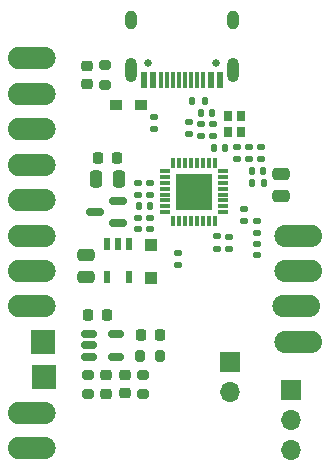
<source format=gbs>
G04 #@! TF.GenerationSoftware,KiCad,Pcbnew,7.0.2*
G04 #@! TF.CreationDate,2023-08-11T05:28:22+05:00*
G04 #@! TF.ProjectId,Adafruit QT Py ESP32-C3,41646166-7275-4697-9420-515420507920,rev?*
G04 #@! TF.SameCoordinates,Original*
G04 #@! TF.FileFunction,Soldermask,Bot*
G04 #@! TF.FilePolarity,Negative*
%FSLAX46Y46*%
G04 Gerber Fmt 4.6, Leading zero omitted, Abs format (unit mm)*
G04 Created by KiCad (PCBNEW 7.0.2) date 2023-08-11 05:28:22*
%MOMM*%
%LPD*%
G01*
G04 APERTURE LIST*
G04 Aperture macros list*
%AMRoundRect*
0 Rectangle with rounded corners*
0 $1 Rounding radius*
0 $2 $3 $4 $5 $6 $7 $8 $9 X,Y pos of 4 corners*
0 Add a 4 corners polygon primitive as box body*
4,1,4,$2,$3,$4,$5,$6,$7,$8,$9,$2,$3,0*
0 Add four circle primitives for the rounded corners*
1,1,$1+$1,$2,$3*
1,1,$1+$1,$4,$5*
1,1,$1+$1,$6,$7*
1,1,$1+$1,$8,$9*
0 Add four rect primitives between the rounded corners*
20,1,$1+$1,$2,$3,$4,$5,0*
20,1,$1+$1,$4,$5,$6,$7,0*
20,1,$1+$1,$6,$7,$8,$9,0*
20,1,$1+$1,$8,$9,$2,$3,0*%
G04 Aperture macros list end*
%ADD10O,3.657600X1.879600*%
%ADD11C,1.879600*%
%ADD12R,1.700000X1.700000*%
%ADD13O,1.700000X1.700000*%
%ADD14RoundRect,0.250000X-0.475000X0.250000X-0.475000X-0.250000X0.475000X-0.250000X0.475000X0.250000X0*%
%ADD15RoundRect,0.140000X-0.170000X0.140000X-0.170000X-0.140000X0.170000X-0.140000X0.170000X0.140000X0*%
%ADD16RoundRect,0.084550X-0.371250X-0.101250X0.371250X-0.101250X0.371250X0.101250X-0.371250X0.101250X0*%
%ADD17RoundRect,0.084550X-0.101250X-0.371250X0.101250X-0.371250X0.101250X0.371250X-0.101250X0.371250X0*%
%ADD18RoundRect,0.050800X-1.500000X-1.500000X1.500000X-1.500000X1.500000X1.500000X-1.500000X1.500000X0*%
%ADD19RoundRect,0.135000X0.185000X-0.135000X0.185000X0.135000X-0.185000X0.135000X-0.185000X-0.135000X0*%
%ADD20RoundRect,0.140000X-0.140000X-0.170000X0.140000X-0.170000X0.140000X0.170000X-0.140000X0.170000X0*%
%ADD21RoundRect,0.140000X0.170000X-0.140000X0.170000X0.140000X-0.170000X0.140000X-0.170000X-0.140000X0*%
%ADD22RoundRect,0.225000X-0.225000X-0.250000X0.225000X-0.250000X0.225000X0.250000X-0.225000X0.250000X0*%
%ADD23RoundRect,0.135000X-0.185000X0.135000X-0.185000X-0.135000X0.185000X-0.135000X0.185000X0.135000X0*%
%ADD24RoundRect,0.135000X0.135000X0.185000X-0.135000X0.185000X-0.135000X-0.185000X0.135000X-0.185000X0*%
%ADD25R,2.000000X2.000000*%
%ADD26RoundRect,0.200000X-0.275000X0.200000X-0.275000X-0.200000X0.275000X-0.200000X0.275000X0.200000X0*%
%ADD27RoundRect,0.150000X-0.512500X-0.150000X0.512500X-0.150000X0.512500X0.150000X-0.512500X0.150000X0*%
%ADD28RoundRect,0.250000X-0.250000X-0.475000X0.250000X-0.475000X0.250000X0.475000X-0.250000X0.475000X0*%
%ADD29RoundRect,0.225000X0.225000X0.250000X-0.225000X0.250000X-0.225000X-0.250000X0.225000X-0.250000X0*%
%ADD30R,0.800000X0.900000*%
%ADD31C,0.650000*%
%ADD32R,0.600000X1.450000*%
%ADD33R,0.300000X1.450000*%
%ADD34O,1.000000X1.600000*%
%ADD35O,1.000000X2.100000*%
%ADD36RoundRect,0.147500X0.147500X0.172500X-0.147500X0.172500X-0.147500X-0.172500X0.147500X-0.172500X0*%
%ADD37R,0.622000X1.105000*%
%ADD38RoundRect,0.200000X0.200000X0.275000X-0.200000X0.275000X-0.200000X-0.275000X0.200000X-0.275000X0*%
%ADD39RoundRect,0.218750X0.256250X-0.218750X0.256250X0.218750X-0.256250X0.218750X-0.256250X-0.218750X0*%
%ADD40RoundRect,0.250000X-0.300000X0.300000X-0.300000X-0.300000X0.300000X-0.300000X0.300000X0.300000X0*%
%ADD41RoundRect,0.250000X0.475000X-0.250000X0.475000X0.250000X-0.475000X0.250000X-0.475000X-0.250000X0*%
%ADD42RoundRect,0.140000X0.140000X0.170000X-0.140000X0.170000X-0.140000X-0.170000X0.140000X-0.170000X0*%
%ADD43RoundRect,0.147500X0.172500X-0.147500X0.172500X0.147500X-0.172500X0.147500X-0.172500X-0.147500X0*%
%ADD44RoundRect,0.218750X-0.256250X0.218750X-0.256250X-0.218750X0.256250X-0.218750X0.256250X0.218750X0*%
%ADD45RoundRect,0.150000X0.587500X0.150000X-0.587500X0.150000X-0.587500X-0.150000X0.587500X-0.150000X0*%
%ADD46RoundRect,0.050800X0.450000X0.400000X-0.450000X0.400000X-0.450000X-0.400000X0.450000X-0.400000X0*%
G04 APERTURE END LIST*
D10*
G04 #@! TO.C,J7*
X135950000Y-132000000D03*
D11*
X134680000Y-132000000D03*
G04 #@! TD*
G04 #@! TO.C,J3*
X159428500Y-123000000D03*
D10*
X158158500Y-123000000D03*
G04 #@! TD*
D11*
G04 #@! TO.C,J6*
X159418500Y-114000000D03*
D10*
X158148500Y-114000000D03*
G04 #@! TD*
D11*
G04 #@! TO.C,J5*
X159418500Y-117000000D03*
D10*
X158148500Y-117000000D03*
G04 #@! TD*
D11*
G04 #@! TO.C,J10*
X134680000Y-105000000D03*
D10*
X135950000Y-105000000D03*
G04 #@! TD*
D11*
G04 #@! TO.C,J9*
X134680000Y-102000000D03*
D10*
X135950000Y-102000000D03*
G04 #@! TD*
D11*
G04 #@! TO.C,J16*
X134680000Y-99000000D03*
D10*
X135950000Y-99000000D03*
G04 #@! TD*
D11*
G04 #@! TO.C,J15*
X134680000Y-114000000D03*
D10*
X135950000Y-114000000D03*
G04 #@! TD*
D11*
G04 #@! TO.C,J12*
X134680000Y-111000000D03*
D10*
X135950000Y-111000000D03*
G04 #@! TD*
D12*
G04 #@! TO.C,BZ1*
X152540000Y-124685000D03*
D13*
X152540000Y-127225000D03*
G04 #@! TD*
D11*
G04 #@! TO.C,J8*
X134680000Y-129000000D03*
D10*
X135950000Y-129000000D03*
G04 #@! TD*
G04 #@! TO.C,J13*
X135950000Y-120000000D03*
D11*
X134680000Y-120000000D03*
G04 #@! TD*
G04 #@! TO.C,J4*
X159209000Y-120000000D03*
D10*
X157939000Y-120000000D03*
G04 #@! TD*
D11*
G04 #@! TO.C,J11*
X134680000Y-108000000D03*
D10*
X135950000Y-108000000D03*
G04 #@! TD*
D13*
G04 #@! TO.C,J17*
X157700000Y-132135000D03*
X157700000Y-129595000D03*
D12*
X157700000Y-127055000D03*
G04 #@! TD*
D11*
G04 #@! TO.C,J14*
X134680000Y-117000000D03*
D10*
X135950000Y-117000000D03*
G04 #@! TD*
D14*
G04 #@! TO.C,C8*
X140390000Y-115620000D03*
X140390000Y-117520000D03*
G04 #@! TD*
D15*
G04 #@! TO.C,C9*
X155190000Y-106520000D03*
X155190000Y-107480000D03*
G04 #@! TD*
D16*
G04 #@! TO.C,U2*
X151940000Y-108530000D03*
X151940000Y-109030000D03*
X151940000Y-109530000D03*
X151940000Y-110030000D03*
X151940000Y-110530000D03*
X151940000Y-111030000D03*
X151940000Y-111530000D03*
X151940000Y-112030000D03*
D17*
X151240000Y-112730000D03*
X150740000Y-112730000D03*
X150240000Y-112730000D03*
X149740000Y-112730000D03*
X149240000Y-112730000D03*
X148740000Y-112730000D03*
X148240000Y-112730000D03*
X147740000Y-112730000D03*
D16*
X147040000Y-112030000D03*
X147040000Y-111530000D03*
X147040000Y-111030000D03*
X147040000Y-110530000D03*
X147040000Y-110030000D03*
X147040000Y-109530000D03*
X147040000Y-109030000D03*
X147040000Y-108530000D03*
D17*
X147740000Y-107830000D03*
X148240000Y-107830000D03*
X148740000Y-107830000D03*
X149240000Y-107830000D03*
X149740000Y-107830000D03*
X150240000Y-107830000D03*
X150740000Y-107830000D03*
X151240000Y-107830000D03*
D18*
X149490000Y-110280000D03*
G04 #@! TD*
D19*
G04 #@! TO.C,R4*
X149090000Y-105410000D03*
X149090000Y-104390000D03*
G04 #@! TD*
D20*
G04 #@! TO.C,C7*
X154420000Y-108520000D03*
X155380000Y-108520000D03*
G04 #@! TD*
D21*
G04 #@! TO.C,C17*
X151090000Y-105540000D03*
X151090000Y-104580000D03*
G04 #@! TD*
D22*
G04 #@! TO.C,C25*
X142112500Y-120750000D03*
X140562500Y-120750000D03*
G04 #@! TD*
D23*
G04 #@! TO.C,R21*
X152460000Y-114100000D03*
X152460000Y-115120000D03*
G04 #@! TD*
D24*
G04 #@! TO.C,R5*
X150390000Y-102620000D03*
X149370000Y-102620000D03*
G04 #@! TD*
D25*
G04 #@! TO.C,J2*
X136780000Y-126000000D03*
G04 #@! TD*
D26*
G04 #@! TO.C,R14*
X140490000Y-127425000D03*
X140490000Y-125775000D03*
G04 #@! TD*
D21*
G04 #@! TO.C,C15*
X144780000Y-113440000D03*
X144780000Y-112480000D03*
G04 #@! TD*
D19*
G04 #@! TO.C,R7*
X148130000Y-116520000D03*
X148130000Y-115500000D03*
G04 #@! TD*
D27*
G04 #@! TO.C,U5*
X140640000Y-124250000D03*
X140640000Y-123300000D03*
X140640000Y-122350000D03*
X142915000Y-122350000D03*
X142915000Y-124250000D03*
G04 #@! TD*
D28*
G04 #@! TO.C,C1*
X141230000Y-109210000D03*
X143130000Y-109210000D03*
G04 #@! TD*
D29*
G04 #@! TO.C,R9*
X141405000Y-107430000D03*
X142955000Y-107430000D03*
G04 #@! TD*
D26*
G04 #@! TO.C,R19*
X142000000Y-101225000D03*
X142000000Y-99575000D03*
G04 #@! TD*
D23*
G04 #@! TO.C,R1*
X154820000Y-112740000D03*
X154820000Y-113760000D03*
G04 #@! TD*
D30*
G04 #@! TO.C,Y1*
X152370000Y-105270000D03*
X152370000Y-103870000D03*
X153470000Y-103870000D03*
X153470000Y-105270000D03*
G04 #@! TD*
D20*
G04 #@! TO.C,C10*
X151190000Y-106570000D03*
X152150000Y-106570000D03*
G04 #@! TD*
D31*
G04 #@! TO.C,USB1*
X145600000Y-99415000D03*
X151380000Y-99415000D03*
D32*
X145240000Y-100860000D03*
X146040000Y-100860000D03*
D33*
X147240000Y-100860000D03*
X148240000Y-100860000D03*
X148740000Y-100860000D03*
X149740000Y-100860000D03*
D32*
X150940000Y-100860000D03*
X151740000Y-100860000D03*
X151740000Y-100860000D03*
X150940000Y-100860000D03*
D33*
X150240000Y-100860000D03*
X149240000Y-100860000D03*
X147740000Y-100860000D03*
X146740000Y-100860000D03*
D32*
X146040000Y-100860000D03*
X145240000Y-100860000D03*
D34*
X144170000Y-95765000D03*
D35*
X144170000Y-99945000D03*
D34*
X152810000Y-95765000D03*
D35*
X152810000Y-99945000D03*
G04 #@! TD*
D36*
G04 #@! TO.C,L1*
X155385000Y-109520000D03*
X154415000Y-109520000D03*
G04 #@! TD*
D19*
G04 #@! TO.C,R2*
X153760000Y-112750000D03*
X153760000Y-111730000D03*
G04 #@! TD*
D37*
G04 #@! TO.C,U1*
X142117252Y-114753000D03*
X143083252Y-114753000D03*
X144023252Y-114753000D03*
X144023252Y-117547000D03*
X142143252Y-117547000D03*
G04 #@! TD*
D21*
G04 #@! TO.C,C16*
X145770000Y-113440000D03*
X145770000Y-112480000D03*
G04 #@! TD*
D38*
G04 #@! TO.C,R13*
X144955000Y-124230000D03*
X146605000Y-124230000D03*
G04 #@! TD*
D39*
G04 #@! TO.C,P2*
X143640000Y-127367500D03*
X143640000Y-125792500D03*
G04 #@! TD*
D25*
G04 #@! TO.C,J1*
X136750000Y-123000000D03*
G04 #@! TD*
D15*
G04 #@! TO.C,C2*
X145770000Y-109580000D03*
X145770000Y-110540000D03*
G04 #@! TD*
D40*
G04 #@! TO.C,D1*
X145870000Y-114762500D03*
X145870000Y-117562500D03*
G04 #@! TD*
D21*
G04 #@! TO.C,C14*
X153160000Y-107480000D03*
X153160000Y-106520000D03*
G04 #@! TD*
D41*
G04 #@! TO.C,C6*
X156870000Y-110680000D03*
X156870000Y-108780000D03*
G04 #@! TD*
D23*
G04 #@! TO.C,R6*
X146090000Y-104000000D03*
X146090000Y-105020000D03*
G04 #@! TD*
D42*
G04 #@! TO.C,C11*
X145780000Y-111520000D03*
X144820000Y-111520000D03*
G04 #@! TD*
D26*
G04 #@! TO.C,R15*
X145210000Y-127425000D03*
X145210000Y-125775000D03*
G04 #@! TD*
D42*
G04 #@! TO.C,C18*
X151040000Y-103610000D03*
X150080000Y-103610000D03*
G04 #@! TD*
D43*
G04 #@! TO.C,L2*
X154170000Y-107485000D03*
X154170000Y-106515000D03*
G04 #@! TD*
D23*
G04 #@! TO.C,R20*
X151440000Y-114080000D03*
X151440000Y-115100000D03*
G04 #@! TD*
D44*
G04 #@! TO.C,Green2*
X140460000Y-99632500D03*
X140460000Y-101207500D03*
G04 #@! TD*
D15*
G04 #@! TO.C,C3*
X154820000Y-114730000D03*
X154820000Y-115690000D03*
G04 #@! TD*
D45*
G04 #@! TO.C,Q4*
X143030000Y-111040000D03*
X143030000Y-112940000D03*
X141155000Y-111990000D03*
G04 #@! TD*
D23*
G04 #@! TO.C,R3*
X150090000Y-104550000D03*
X150090000Y-105570000D03*
G04 #@! TD*
D15*
G04 #@! TO.C,C4*
X144780000Y-109580000D03*
X144780000Y-110540000D03*
G04 #@! TD*
D46*
G04 #@! TO.C,D5*
X145040000Y-102960000D03*
X142900000Y-102960000D03*
G04 #@! TD*
D44*
G04 #@! TO.C,P1*
X142040000Y-125832500D03*
X142040000Y-127407500D03*
G04 #@! TD*
D29*
G04 #@! TO.C,C24*
X145045000Y-122380000D03*
X146595000Y-122380000D03*
G04 #@! TD*
M02*

</source>
